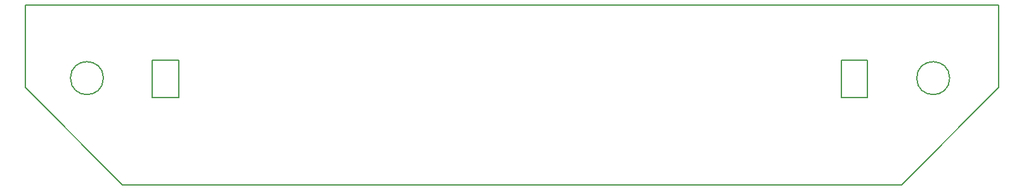
<source format=gko>
%FSLAX25Y25*%
%MOIN*%
G70*
G01*
G75*
G04 Layer_Color=16711935*
%ADD10C,0.02000*%
%ADD11C,0.03000*%
%ADD12C,0.01000*%
%ADD13C,0.01500*%
%ADD14C,0.06000*%
%ADD15R,0.06000X0.06000*%
%ADD16O,0.19685X0.07087*%
%ADD17C,0.07000*%
%ADD18C,0.06300*%
%ADD19C,0.02500*%
%ADD20R,0.02400X0.07600*%
%ADD21O,0.02400X0.07600*%
%ADD22R,0.06000X0.05000*%
%ADD23R,0.05000X0.06000*%
%ADD24C,0.00700*%
%ADD25C,0.00500*%
%ADD26C,0.00100*%
%ADD27C,0.00200*%
%ADD28C,0.00600*%
%ADD29R,0.00900X0.00700*%
%ADD30R,0.00446X0.00990*%
%ADD31C,0.00400*%
%ADD32C,0.06800*%
%ADD33R,0.06800X0.06800*%
%ADD34O,0.20485X0.07887*%
%ADD35C,0.07800*%
%ADD36C,0.07100*%
%ADD37R,0.03200X0.08400*%
%ADD38O,0.03200X0.08400*%
%ADD39R,0.06800X0.05800*%
%ADD40R,0.05800X0.06800*%
%ADD41C,0.00800*%
D41*
X41142Y56102D02*
G03*
X41142Y56102I-8661J0D01*
G01*
X486024D02*
G03*
X486024Y56102I-8661J0D01*
G01*
X0Y51181D02*
X51181Y-0D01*
X460630D02*
X511811Y51181D01*
Y94488D01*
X80709Y45866D02*
Y65551D01*
X429134Y45866D02*
X442913D01*
X429134Y65551D02*
X442913D01*
Y45866D02*
Y65551D01*
X429134Y45866D02*
Y65551D01*
X66929Y45866D02*
Y65551D01*
Y45866D02*
X80709D01*
X66929Y65551D02*
X80709D01*
X0Y51181D02*
Y94488D01*
X51181Y-0D02*
X460630D01*
X0Y94488D02*
X511811D01*
M02*

</source>
